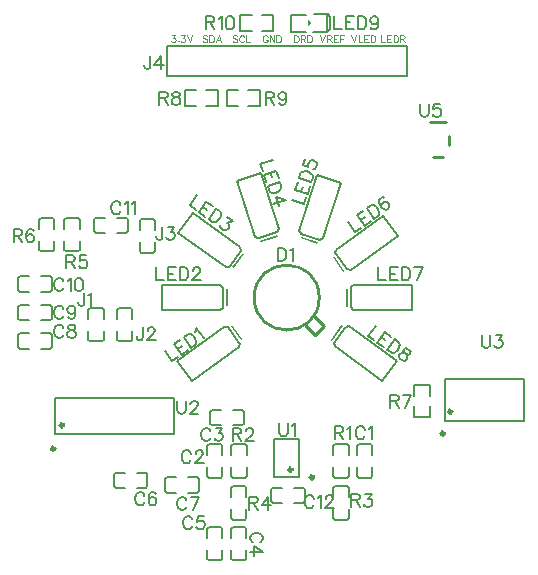
<source format=gto>
G04 Layer: TopSilkscreenLayer*
G04 EasyEDA v6.5.23, 2024-02-16 22:38:03*
G04 01767c8133624752a37afa6e83b9fffe,1f8200004d6a4d288ef555d4fcc488ac,10*
G04 Gerber Generator version 0.2*
G04 Scale: 100 percent, Rotated: No, Reflected: No *
G04 Dimensions in millimeters *
G04 leading zeros omitted , absolute positions ,4 integer and 5 decimal *
%FSLAX45Y45*%
%MOMM*%

%ADD10C,0.1000*%
%ADD11C,0.1524*%
%ADD12C,0.2540*%
%ADD13C,0.1520*%
%ADD14C,0.2030*%
%ADD15C,0.2032*%
%ADD16C,0.1500*%
%ADD17C,0.3000*%
%ADD18C,0.0197*%

%LPD*%
D10*
X-972565Y2219452D02*
G01*
X-942339Y2219452D01*
X-958850Y2197607D01*
X-950721Y2197607D01*
X-945134Y2195068D01*
X-942339Y2192273D01*
X-939800Y2184145D01*
X-939800Y2178557D01*
X-942339Y2170429D01*
X-947928Y2165095D01*
X-956055Y2162302D01*
X-964184Y2162302D01*
X-972565Y2165095D01*
X-975105Y2167636D01*
X-977900Y2173223D01*
X-918971Y2176018D02*
G01*
X-921765Y2173223D01*
X-918971Y2170429D01*
X-916178Y2173223D01*
X-918971Y2176018D01*
X-892810Y2219452D02*
G01*
X-862837Y2219452D01*
X-879094Y2197607D01*
X-870965Y2197607D01*
X-865631Y2195068D01*
X-862837Y2192273D01*
X-860044Y2184145D01*
X-860044Y2178557D01*
X-862837Y2170429D01*
X-868171Y2165095D01*
X-876554Y2162302D01*
X-884681Y2162302D01*
X-892810Y2165095D01*
X-895604Y2167636D01*
X-898144Y2173223D01*
X-842010Y2219452D02*
G01*
X-820165Y2162302D01*
X-798321Y2219452D02*
G01*
X-820165Y2162302D01*
X-673100Y2211323D02*
G01*
X-678434Y2216912D01*
X-686562Y2219452D01*
X-697484Y2219452D01*
X-705865Y2216912D01*
X-711200Y2211323D01*
X-711200Y2205989D01*
X-708405Y2200402D01*
X-705865Y2197607D01*
X-700278Y2195068D01*
X-684021Y2189479D01*
X-678434Y2186939D01*
X-675639Y2184145D01*
X-673100Y2178557D01*
X-673100Y2170429D01*
X-678434Y2165095D01*
X-686562Y2162302D01*
X-697484Y2162302D01*
X-705865Y2165095D01*
X-711200Y2170429D01*
X-655065Y2219452D02*
G01*
X-655065Y2162302D01*
X-655065Y2219452D02*
G01*
X-636015Y2219452D01*
X-627634Y2216912D01*
X-622300Y2211323D01*
X-619505Y2205989D01*
X-616712Y2197607D01*
X-616712Y2184145D01*
X-619505Y2176018D01*
X-622300Y2170429D01*
X-627634Y2165095D01*
X-636015Y2162302D01*
X-655065Y2162302D01*
X-577087Y2219452D02*
G01*
X-598931Y2162302D01*
X-577087Y2219452D02*
G01*
X-555244Y2162302D01*
X-590550Y2181352D02*
G01*
X-563371Y2181352D01*
X-419100Y2211323D02*
G01*
X-424434Y2216912D01*
X-432562Y2219452D01*
X-443484Y2219452D01*
X-451865Y2216912D01*
X-457200Y2211323D01*
X-457200Y2205989D01*
X-454405Y2200402D01*
X-451865Y2197607D01*
X-446278Y2195068D01*
X-430021Y2189479D01*
X-424434Y2186939D01*
X-421639Y2184145D01*
X-419100Y2178557D01*
X-419100Y2170429D01*
X-424434Y2165095D01*
X-432562Y2162302D01*
X-443484Y2162302D01*
X-451865Y2165095D01*
X-457200Y2170429D01*
X-360171Y2205989D02*
G01*
X-362712Y2211323D01*
X-368300Y2216912D01*
X-373634Y2219452D01*
X-384555Y2219452D01*
X-390144Y2216912D01*
X-395478Y2211323D01*
X-398271Y2205989D01*
X-401065Y2197607D01*
X-401065Y2184145D01*
X-398271Y2176018D01*
X-395478Y2170429D01*
X-390144Y2165095D01*
X-384555Y2162302D01*
X-373634Y2162302D01*
X-368300Y2165095D01*
X-362712Y2170429D01*
X-360171Y2176018D01*
X-342137Y2219452D02*
G01*
X-342137Y2162302D01*
X-342137Y2162302D02*
G01*
X-309371Y2162302D01*
X-162305Y2205989D02*
G01*
X-165100Y2211323D01*
X-170434Y2216912D01*
X-176021Y2219452D01*
X-186944Y2219452D01*
X-192278Y2216912D01*
X-197865Y2211323D01*
X-200405Y2205989D01*
X-203200Y2197607D01*
X-203200Y2184145D01*
X-200405Y2176018D01*
X-197865Y2170429D01*
X-192278Y2165095D01*
X-186944Y2162302D01*
X-176021Y2162302D01*
X-170434Y2165095D01*
X-165100Y2170429D01*
X-162305Y2176018D01*
X-162305Y2184145D01*
X-176021Y2184145D02*
G01*
X-162305Y2184145D01*
X-144271Y2219452D02*
G01*
X-144271Y2162302D01*
X-144271Y2219452D02*
G01*
X-106171Y2162302D01*
X-106171Y2219452D02*
G01*
X-106171Y2162302D01*
X-88137Y2219452D02*
G01*
X-88137Y2162302D01*
X-88137Y2219452D02*
G01*
X-69087Y2219452D01*
X-60960Y2216912D01*
X-55371Y2211323D01*
X-52578Y2205989D01*
X-50037Y2197607D01*
X-50037Y2184145D01*
X-52578Y2176018D01*
X-55371Y2170429D01*
X-60960Y2165095D01*
X-69087Y2162302D01*
X-88137Y2162302D01*
X63500Y2219452D02*
G01*
X63500Y2162302D01*
X63500Y2219452D02*
G01*
X82550Y2219452D01*
X90678Y2216912D01*
X96265Y2211323D01*
X99060Y2205989D01*
X101600Y2197607D01*
X101600Y2184145D01*
X99060Y2176018D01*
X96265Y2170429D01*
X90678Y2165095D01*
X82550Y2162302D01*
X63500Y2162302D01*
X119634Y2219452D02*
G01*
X119634Y2162302D01*
X119634Y2219452D02*
G01*
X144271Y2219452D01*
X152400Y2216912D01*
X155194Y2214118D01*
X157987Y2208529D01*
X157987Y2203195D01*
X155194Y2197607D01*
X152400Y2195068D01*
X144271Y2192273D01*
X119634Y2192273D01*
X138684Y2192273D02*
G01*
X157987Y2162302D01*
X175768Y2219452D02*
G01*
X175768Y2162302D01*
X175768Y2219452D02*
G01*
X195071Y2219452D01*
X203200Y2216912D01*
X208534Y2211323D01*
X211328Y2205989D01*
X214121Y2197607D01*
X214121Y2184145D01*
X211328Y2176018D01*
X208534Y2170429D01*
X203200Y2165095D01*
X195071Y2162302D01*
X175768Y2162302D01*
X279400Y2219452D02*
G01*
X301244Y2162302D01*
X323087Y2219452D02*
G01*
X301244Y2162302D01*
X341121Y2219452D02*
G01*
X341121Y2162302D01*
X341121Y2219452D02*
G01*
X365505Y2219452D01*
X373887Y2216912D01*
X376428Y2214118D01*
X379221Y2208529D01*
X379221Y2203195D01*
X376428Y2197607D01*
X373887Y2195068D01*
X365505Y2192273D01*
X341121Y2192273D01*
X360171Y2192273D02*
G01*
X379221Y2162302D01*
X397255Y2219452D02*
G01*
X397255Y2162302D01*
X397255Y2219452D02*
G01*
X432562Y2219452D01*
X397255Y2192273D02*
G01*
X419100Y2192273D01*
X397255Y2162302D02*
G01*
X432562Y2162302D01*
X450595Y2219452D02*
G01*
X450595Y2162302D01*
X450595Y2219452D02*
G01*
X486155Y2219452D01*
X450595Y2192273D02*
G01*
X472439Y2192273D01*
X546100Y2219452D02*
G01*
X567944Y2162302D01*
X589787Y2219452D02*
G01*
X567944Y2162302D01*
X607821Y2219452D02*
G01*
X607821Y2162302D01*
X607821Y2162302D02*
G01*
X640587Y2162302D01*
X658368Y2219452D02*
G01*
X658368Y2162302D01*
X658368Y2219452D02*
G01*
X693928Y2219452D01*
X658368Y2192273D02*
G01*
X680212Y2192273D01*
X658368Y2162302D02*
G01*
X693928Y2162302D01*
X711962Y2219452D02*
G01*
X711962Y2162302D01*
X711962Y2219452D02*
G01*
X731012Y2219452D01*
X739139Y2216912D01*
X744728Y2211323D01*
X747268Y2205989D01*
X750062Y2197607D01*
X750062Y2184145D01*
X747268Y2176018D01*
X744728Y2170429D01*
X739139Y2165095D01*
X731012Y2162302D01*
X711962Y2162302D01*
X800100Y2219452D02*
G01*
X800100Y2162302D01*
X800100Y2162302D02*
G01*
X832865Y2162302D01*
X850900Y2219452D02*
G01*
X850900Y2162302D01*
X850900Y2219452D02*
G01*
X886205Y2219452D01*
X850900Y2192273D02*
G01*
X872744Y2192273D01*
X850900Y2162302D02*
G01*
X886205Y2162302D01*
X904239Y2219452D02*
G01*
X904239Y2162302D01*
X904239Y2219452D02*
G01*
X923289Y2219452D01*
X931671Y2216912D01*
X937005Y2211323D01*
X939800Y2205989D01*
X942339Y2197607D01*
X942339Y2184145D01*
X939800Y2176018D01*
X937005Y2170429D01*
X931671Y2165095D01*
X923289Y2162302D01*
X904239Y2162302D01*
X960373Y2219452D02*
G01*
X960373Y2162302D01*
X960373Y2219452D02*
G01*
X985012Y2219452D01*
X993139Y2216912D01*
X995934Y2214118D01*
X998728Y2208529D01*
X998728Y2203195D01*
X995934Y2197607D01*
X993139Y2195068D01*
X985012Y2192273D01*
X960373Y2192273D01*
X979678Y2192273D02*
G01*
X998728Y2162302D01*
D11*
X1130300Y1639315D02*
G01*
X1130300Y1561337D01*
X1135379Y1545844D01*
X1145794Y1535429D01*
X1161542Y1530350D01*
X1171955Y1530350D01*
X1187450Y1535429D01*
X1197863Y1545844D01*
X1202944Y1561337D01*
X1202944Y1639315D01*
X1299718Y1639315D02*
G01*
X1247647Y1639315D01*
X1242568Y1592579D01*
X1247647Y1597660D01*
X1263395Y1602994D01*
X1278889Y1602994D01*
X1294384Y1597660D01*
X1304797Y1587500D01*
X1310131Y1571752D01*
X1310131Y1561337D01*
X1304797Y1545844D01*
X1294384Y1535429D01*
X1278889Y1530350D01*
X1263395Y1530350D01*
X1247647Y1535429D01*
X1242568Y1540510D01*
X1237234Y1550923D01*
X230378Y-1701292D02*
G01*
X225044Y-1690878D01*
X214629Y-1680463D01*
X204470Y-1675384D01*
X183642Y-1675384D01*
X173228Y-1680463D01*
X162813Y-1690878D01*
X157479Y-1701292D01*
X152400Y-1717039D01*
X152400Y-1742947D01*
X157479Y-1758442D01*
X162813Y-1768855D01*
X173228Y-1779270D01*
X183642Y-1784350D01*
X204470Y-1784350D01*
X214629Y-1779270D01*
X225044Y-1768855D01*
X230378Y-1758442D01*
X264668Y-1696212D02*
G01*
X275081Y-1690878D01*
X290576Y-1675384D01*
X290576Y-1784350D01*
X330200Y-1701292D02*
G01*
X330200Y-1696212D01*
X335279Y-1685797D01*
X340360Y-1680463D01*
X350773Y-1675384D01*
X371602Y-1675384D01*
X382015Y-1680463D01*
X387350Y-1685797D01*
X392429Y-1696212D01*
X392429Y-1706626D01*
X387350Y-1717039D01*
X376936Y-1732534D01*
X324865Y-1784350D01*
X397510Y-1784350D01*
X662178Y-1117092D02*
G01*
X656844Y-1106678D01*
X646429Y-1096263D01*
X636270Y-1091184D01*
X615442Y-1091184D01*
X605028Y-1096263D01*
X594613Y-1106678D01*
X589279Y-1117092D01*
X584200Y-1132839D01*
X584200Y-1158747D01*
X589279Y-1174242D01*
X594613Y-1184655D01*
X605028Y-1195070D01*
X615442Y-1200150D01*
X636270Y-1200150D01*
X646429Y-1195070D01*
X656844Y-1184655D01*
X662178Y-1174242D01*
X696468Y-1112012D02*
G01*
X706881Y-1106678D01*
X722376Y-1091184D01*
X722376Y-1200150D01*
X-811021Y-1320292D02*
G01*
X-816355Y-1309878D01*
X-826770Y-1299463D01*
X-836929Y-1294384D01*
X-857757Y-1294384D01*
X-868171Y-1299463D01*
X-878586Y-1309878D01*
X-883920Y-1320292D01*
X-889000Y-1336039D01*
X-889000Y-1361947D01*
X-883920Y-1377442D01*
X-878586Y-1387855D01*
X-868171Y-1398270D01*
X-857757Y-1403350D01*
X-836929Y-1403350D01*
X-826770Y-1398270D01*
X-816355Y-1387855D01*
X-811021Y-1377442D01*
X-771652Y-1320292D02*
G01*
X-771652Y-1315212D01*
X-766318Y-1304797D01*
X-761237Y-1299463D01*
X-750823Y-1294384D01*
X-729995Y-1294384D01*
X-719581Y-1299463D01*
X-714502Y-1304797D01*
X-709168Y-1315212D01*
X-709168Y-1325626D01*
X-714502Y-1336039D01*
X-724915Y-1351534D01*
X-776731Y-1403350D01*
X-704087Y-1403350D01*
X-645916Y-1129792D02*
G01*
X-651250Y-1119378D01*
X-661664Y-1108963D01*
X-671824Y-1103884D01*
X-692652Y-1103884D01*
X-703066Y-1108963D01*
X-713480Y-1119378D01*
X-718814Y-1129792D01*
X-723894Y-1145539D01*
X-723894Y-1171447D01*
X-718814Y-1186942D01*
X-713480Y-1197355D01*
X-703066Y-1207770D01*
X-692652Y-1212850D01*
X-671824Y-1212850D01*
X-661664Y-1207770D01*
X-651250Y-1197355D01*
X-645916Y-1186942D01*
X-601212Y-1103884D02*
G01*
X-544062Y-1103884D01*
X-575304Y-1145539D01*
X-559810Y-1145539D01*
X-549396Y-1150620D01*
X-544062Y-1155700D01*
X-538982Y-1171447D01*
X-538982Y-1181862D01*
X-544062Y-1197355D01*
X-554476Y-1207770D01*
X-570224Y-1212850D01*
X-585718Y-1212850D01*
X-601212Y-1207770D01*
X-606546Y-1202689D01*
X-611626Y-1192276D01*
X-228092Y-2071878D02*
G01*
X-217678Y-2066544D01*
X-207263Y-2056129D01*
X-202184Y-2045970D01*
X-202184Y-2025142D01*
X-207263Y-2014728D01*
X-217678Y-2004313D01*
X-228092Y-1998979D01*
X-243839Y-1993900D01*
X-269747Y-1993900D01*
X-285242Y-1998979D01*
X-295655Y-2004313D01*
X-306070Y-2014728D01*
X-311150Y-2025142D01*
X-311150Y-2045970D01*
X-306070Y-2056129D01*
X-295655Y-2066544D01*
X-285242Y-2071878D01*
X-202184Y-2157984D02*
G01*
X-274828Y-2106168D01*
X-274828Y-2184145D01*
X-202184Y-2157984D02*
G01*
X-311150Y-2157984D01*
X-799673Y-1877545D02*
G01*
X-805007Y-1867131D01*
X-815421Y-1856717D01*
X-825581Y-1851637D01*
X-846409Y-1851637D01*
X-856823Y-1856717D01*
X-867237Y-1867131D01*
X-872571Y-1877545D01*
X-877651Y-1893293D01*
X-877651Y-1919201D01*
X-872571Y-1934695D01*
X-867237Y-1945109D01*
X-856823Y-1955523D01*
X-846409Y-1960603D01*
X-825581Y-1960603D01*
X-815421Y-1955523D01*
X-805007Y-1945109D01*
X-799673Y-1934695D01*
X-703153Y-1851637D02*
G01*
X-754969Y-1851637D01*
X-760303Y-1898373D01*
X-754969Y-1893293D01*
X-739475Y-1887959D01*
X-723981Y-1887959D01*
X-708233Y-1893293D01*
X-697819Y-1903453D01*
X-692739Y-1919201D01*
X-692739Y-1929615D01*
X-697819Y-1945109D01*
X-708233Y-1955523D01*
X-723981Y-1960603D01*
X-739475Y-1960603D01*
X-754969Y-1955523D01*
X-760303Y-1950443D01*
X-765383Y-1940029D01*
X-1204716Y-1675892D02*
G01*
X-1210050Y-1665478D01*
X-1220464Y-1655063D01*
X-1230624Y-1649984D01*
X-1251452Y-1649984D01*
X-1261866Y-1655063D01*
X-1272280Y-1665478D01*
X-1277614Y-1675892D01*
X-1282694Y-1691639D01*
X-1282694Y-1717547D01*
X-1277614Y-1733042D01*
X-1272280Y-1743455D01*
X-1261866Y-1753870D01*
X-1251452Y-1758950D01*
X-1230624Y-1758950D01*
X-1220464Y-1753870D01*
X-1210050Y-1743455D01*
X-1204716Y-1733042D01*
X-1108196Y-1665478D02*
G01*
X-1113276Y-1655063D01*
X-1129024Y-1649984D01*
X-1139184Y-1649984D01*
X-1154932Y-1655063D01*
X-1165346Y-1670812D01*
X-1170426Y-1696720D01*
X-1170426Y-1722628D01*
X-1165346Y-1743455D01*
X-1154932Y-1753870D01*
X-1139184Y-1758950D01*
X-1134104Y-1758950D01*
X-1118610Y-1753870D01*
X-1108196Y-1743455D01*
X-1102862Y-1727962D01*
X-1102862Y-1722628D01*
X-1108196Y-1707134D01*
X-1118610Y-1696720D01*
X-1134104Y-1691639D01*
X-1139184Y-1691639D01*
X-1154932Y-1696720D01*
X-1165346Y-1707134D01*
X-1170426Y-1722628D01*
X-849116Y-1713992D02*
G01*
X-854450Y-1703578D01*
X-864864Y-1693163D01*
X-875024Y-1688084D01*
X-895852Y-1688084D01*
X-906266Y-1693163D01*
X-916680Y-1703578D01*
X-922014Y-1713992D01*
X-927094Y-1729739D01*
X-927094Y-1755647D01*
X-922014Y-1771142D01*
X-916680Y-1781555D01*
X-906266Y-1791970D01*
X-895852Y-1797050D01*
X-875024Y-1797050D01*
X-864864Y-1791970D01*
X-854450Y-1781555D01*
X-849116Y-1771142D01*
X-742182Y-1688084D02*
G01*
X-793998Y-1797050D01*
X-814826Y-1688084D02*
G01*
X-742182Y-1688084D01*
X-1890534Y-256893D02*
G01*
X-1895868Y-246479D01*
X-1906282Y-236065D01*
X-1916442Y-230985D01*
X-1937270Y-230985D01*
X-1947684Y-236065D01*
X-1958098Y-246479D01*
X-1963432Y-256893D01*
X-1968512Y-272641D01*
X-1968512Y-298549D01*
X-1963432Y-314043D01*
X-1958098Y-324457D01*
X-1947684Y-334871D01*
X-1937270Y-339951D01*
X-1916442Y-339951D01*
X-1906282Y-334871D01*
X-1895868Y-324457D01*
X-1890534Y-314043D01*
X-1830336Y-230985D02*
G01*
X-1845830Y-236065D01*
X-1851164Y-246479D01*
X-1851164Y-256893D01*
X-1845830Y-267307D01*
X-1835416Y-272641D01*
X-1814842Y-277721D01*
X-1799094Y-282801D01*
X-1788680Y-293215D01*
X-1783600Y-303629D01*
X-1783600Y-319377D01*
X-1788680Y-329791D01*
X-1794014Y-334871D01*
X-1809508Y-339951D01*
X-1830336Y-339951D01*
X-1845830Y-334871D01*
X-1851164Y-329791D01*
X-1856244Y-319377D01*
X-1856244Y-303629D01*
X-1851164Y-293215D01*
X-1840750Y-282801D01*
X-1825002Y-277721D01*
X-1804428Y-272641D01*
X-1794014Y-267307D01*
X-1788680Y-256893D01*
X-1788680Y-246479D01*
X-1794014Y-236065D01*
X-1809508Y-230985D01*
X-1830336Y-230985D01*
X-1890534Y-95194D02*
G01*
X-1895868Y-84780D01*
X-1906282Y-74366D01*
X-1916442Y-69286D01*
X-1937270Y-69286D01*
X-1947684Y-74366D01*
X-1958098Y-84780D01*
X-1963432Y-95194D01*
X-1968512Y-110942D01*
X-1968512Y-136850D01*
X-1963432Y-152344D01*
X-1958098Y-162758D01*
X-1947684Y-173172D01*
X-1937270Y-178252D01*
X-1916442Y-178252D01*
X-1906282Y-173172D01*
X-1895868Y-162758D01*
X-1890534Y-152344D01*
X-1788680Y-105608D02*
G01*
X-1794014Y-121102D01*
X-1804428Y-131516D01*
X-1819922Y-136850D01*
X-1825002Y-136850D01*
X-1840750Y-131516D01*
X-1851164Y-121102D01*
X-1856244Y-105608D01*
X-1856244Y-100528D01*
X-1851164Y-84780D01*
X-1840750Y-74366D01*
X-1825002Y-69286D01*
X-1819922Y-69286D01*
X-1804428Y-74366D01*
X-1794014Y-84780D01*
X-1788680Y-105608D01*
X-1788680Y-131516D01*
X-1794014Y-157678D01*
X-1804428Y-173172D01*
X-1819922Y-178252D01*
X-1830336Y-178252D01*
X-1845830Y-173172D01*
X-1851164Y-162758D01*
X-1890516Y139303D02*
G01*
X-1895850Y149717D01*
X-1906264Y160131D01*
X-1916424Y165211D01*
X-1937252Y165211D01*
X-1947666Y160131D01*
X-1958080Y149717D01*
X-1963414Y139303D01*
X-1968494Y123555D01*
X-1968494Y97647D01*
X-1963414Y82153D01*
X-1958080Y71739D01*
X-1947666Y61325D01*
X-1937252Y56245D01*
X-1916424Y56245D01*
X-1906264Y61325D01*
X-1895850Y71739D01*
X-1890516Y82153D01*
X-1856226Y144383D02*
G01*
X-1845812Y149717D01*
X-1830318Y165211D01*
X-1830318Y56245D01*
X-1764786Y165211D02*
G01*
X-1780534Y160131D01*
X-1790694Y144383D01*
X-1796028Y118475D01*
X-1796028Y102981D01*
X-1790694Y76819D01*
X-1780534Y61325D01*
X-1764786Y56245D01*
X-1754372Y56245D01*
X-1738878Y61325D01*
X-1728464Y76819D01*
X-1723384Y102981D01*
X-1723384Y118475D01*
X-1728464Y144383D01*
X-1738878Y160131D01*
X-1754372Y165211D01*
X-1764786Y165211D01*
X-1407916Y787907D02*
G01*
X-1413250Y798321D01*
X-1423664Y808736D01*
X-1433824Y813815D01*
X-1454652Y813815D01*
X-1465066Y808736D01*
X-1475480Y798321D01*
X-1480814Y787907D01*
X-1485894Y772160D01*
X-1485894Y746252D01*
X-1480814Y730757D01*
X-1475480Y720344D01*
X-1465066Y709929D01*
X-1454652Y704850D01*
X-1433824Y704850D01*
X-1423664Y709929D01*
X-1413250Y720344D01*
X-1407916Y730757D01*
X-1373626Y792987D02*
G01*
X-1363212Y798321D01*
X-1347718Y813815D01*
X-1347718Y704850D01*
X-1313428Y792987D02*
G01*
X-1303014Y798321D01*
X-1287520Y813815D01*
X-1287520Y704850D01*
X406400Y-1091184D02*
G01*
X406400Y-1200150D01*
X406400Y-1091184D02*
G01*
X453136Y-1091184D01*
X468629Y-1096263D01*
X473963Y-1101597D01*
X479044Y-1112012D01*
X479044Y-1122426D01*
X473963Y-1132839D01*
X468629Y-1137920D01*
X453136Y-1143000D01*
X406400Y-1143000D01*
X442721Y-1143000D02*
G01*
X479044Y-1200150D01*
X513334Y-1112012D02*
G01*
X523747Y-1106678D01*
X539495Y-1091184D01*
X539495Y-1200150D01*
X-457200Y-1103884D02*
G01*
X-457200Y-1212850D01*
X-457200Y-1103884D02*
G01*
X-410463Y-1103884D01*
X-394970Y-1108963D01*
X-389636Y-1114297D01*
X-384555Y-1124712D01*
X-384555Y-1135126D01*
X-389636Y-1145539D01*
X-394970Y-1150620D01*
X-410463Y-1155700D01*
X-457200Y-1155700D01*
X-420878Y-1155700D02*
G01*
X-384555Y-1212850D01*
X-344931Y-1129792D02*
G01*
X-344931Y-1124712D01*
X-339852Y-1114297D01*
X-334518Y-1108963D01*
X-324104Y-1103884D01*
X-303529Y-1103884D01*
X-293115Y-1108963D01*
X-287781Y-1114297D01*
X-282702Y-1124712D01*
X-282702Y-1135126D01*
X-287781Y-1145539D01*
X-298195Y-1161034D01*
X-350265Y-1212850D01*
X-277368Y-1212850D01*
X546100Y-1662684D02*
G01*
X546100Y-1771650D01*
X546100Y-1662684D02*
G01*
X592836Y-1662684D01*
X608329Y-1667763D01*
X613663Y-1673097D01*
X618744Y-1683512D01*
X618744Y-1693926D01*
X613663Y-1704339D01*
X608329Y-1709420D01*
X592836Y-1714500D01*
X546100Y-1714500D01*
X582421Y-1714500D02*
G01*
X618744Y-1771650D01*
X663447Y-1662684D02*
G01*
X720597Y-1662684D01*
X689610Y-1704339D01*
X705104Y-1704339D01*
X715518Y-1709420D01*
X720597Y-1714500D01*
X725931Y-1730247D01*
X725931Y-1740662D01*
X720597Y-1756155D01*
X710184Y-1766570D01*
X694689Y-1771650D01*
X679195Y-1771650D01*
X663447Y-1766570D01*
X658368Y-1761489D01*
X653034Y-1751076D01*
X-318863Y-1686537D02*
G01*
X-318863Y-1795503D01*
X-318863Y-1686537D02*
G01*
X-272127Y-1686537D01*
X-256633Y-1691617D01*
X-251299Y-1696951D01*
X-246219Y-1707365D01*
X-246219Y-1717779D01*
X-251299Y-1728193D01*
X-256633Y-1733273D01*
X-272127Y-1738353D01*
X-318863Y-1738353D01*
X-282541Y-1738353D02*
G01*
X-246219Y-1795503D01*
X-159859Y-1686537D02*
G01*
X-211929Y-1759181D01*
X-133951Y-1759181D01*
X-159859Y-1686537D02*
G01*
X-159859Y-1795503D01*
X-1866894Y356615D02*
G01*
X-1866894Y247650D01*
X-1866894Y356615D02*
G01*
X-1820158Y356615D01*
X-1804664Y351536D01*
X-1799330Y346202D01*
X-1794250Y335787D01*
X-1794250Y325373D01*
X-1799330Y314960D01*
X-1804664Y309879D01*
X-1820158Y304800D01*
X-1866894Y304800D01*
X-1830572Y304800D02*
G01*
X-1794250Y247650D01*
X-1697476Y356615D02*
G01*
X-1749546Y356615D01*
X-1754626Y309879D01*
X-1749546Y314960D01*
X-1733798Y320294D01*
X-1718304Y320294D01*
X-1702810Y314960D01*
X-1692396Y304800D01*
X-1687062Y289052D01*
X-1687062Y278637D01*
X-1692396Y263144D01*
X-1702810Y252729D01*
X-1718304Y247650D01*
X-1733798Y247650D01*
X-1749546Y252729D01*
X-1754626Y257810D01*
X-1759960Y268223D01*
X-2311648Y576821D02*
G01*
X-2311648Y467855D01*
X-2311648Y576821D02*
G01*
X-2264912Y576821D01*
X-2249418Y571741D01*
X-2244084Y566407D01*
X-2239004Y555993D01*
X-2239004Y545579D01*
X-2244084Y535165D01*
X-2249418Y530085D01*
X-2264912Y525005D01*
X-2311648Y525005D01*
X-2275326Y525005D02*
G01*
X-2239004Y467855D01*
X-2142230Y561327D02*
G01*
X-2147564Y571741D01*
X-2163058Y576821D01*
X-2173472Y576821D01*
X-2188966Y571741D01*
X-2199380Y555993D01*
X-2204714Y530085D01*
X-2204714Y504177D01*
X-2199380Y483349D01*
X-2188966Y472935D01*
X-2173472Y467855D01*
X-2168138Y467855D01*
X-2152644Y472935D01*
X-2142230Y483349D01*
X-2137150Y498843D01*
X-2137150Y504177D01*
X-2142230Y519671D01*
X-2152644Y530085D01*
X-2168138Y535165D01*
X-2173472Y535165D01*
X-2188966Y530085D01*
X-2199380Y519671D01*
X-2204714Y504177D01*
X-76200Y420115D02*
G01*
X-76200Y311150D01*
X-76200Y420115D02*
G01*
X-39878Y420115D01*
X-24129Y415036D01*
X-13970Y404621D01*
X-8636Y394207D01*
X-3555Y378460D01*
X-3555Y352552D01*
X-8636Y337057D01*
X-13970Y326644D01*
X-24129Y316229D01*
X-39878Y311150D01*
X-76200Y311150D01*
X30734Y399287D02*
G01*
X41147Y404621D01*
X56895Y420115D01*
X56895Y311150D01*
X-1154429Y2045715D02*
G01*
X-1154429Y1962657D01*
X-1159763Y1946910D01*
X-1164844Y1941829D01*
X-1175257Y1936750D01*
X-1185671Y1936750D01*
X-1196086Y1941829D01*
X-1201420Y1946910D01*
X-1206500Y1962657D01*
X-1206500Y1973071D01*
X-1068323Y2045715D02*
G01*
X-1120139Y1973071D01*
X-1042415Y1973071D01*
X-1068323Y2045715D02*
G01*
X-1068323Y1936750D01*
X-1032982Y-452805D02*
G01*
X-968933Y-540961D01*
X-968933Y-540961D02*
G01*
X-918588Y-504385D01*
X-954895Y-396074D02*
G01*
X-890846Y-484228D01*
X-954895Y-396074D02*
G01*
X-900234Y-356362D01*
X-924438Y-437995D02*
G01*
X-890737Y-413509D01*
X-890846Y-484228D02*
G01*
X-836185Y-444515D01*
X-872495Y-336204D02*
G01*
X-808446Y-424360D01*
X-872495Y-336204D02*
G01*
X-842904Y-314705D01*
X-827382Y-309709D01*
X-812835Y-312013D01*
X-802604Y-317451D01*
X-789033Y-327058D01*
X-773805Y-348018D01*
X-769012Y-363687D01*
X-767001Y-375099D01*
X-769305Y-389646D01*
X-778855Y-402861D01*
X-808446Y-424360D01*
X-773534Y-290052D02*
G01*
X-768245Y-279615D01*
X-764816Y-257972D01*
X-700768Y-346128D01*
X-1104900Y255015D02*
G01*
X-1104900Y146050D01*
X-1104900Y146050D02*
G01*
X-1042670Y146050D01*
X-1008379Y255015D02*
G01*
X-1008379Y146050D01*
X-1008379Y255015D02*
G01*
X-940815Y255015D01*
X-1008379Y203200D02*
G01*
X-966723Y203200D01*
X-1008379Y146050D02*
G01*
X-940815Y146050D01*
X-906526Y255015D02*
G01*
X-906526Y146050D01*
X-906526Y255015D02*
G01*
X-869950Y255015D01*
X-854455Y249936D01*
X-844042Y239521D01*
X-838962Y229107D01*
X-833628Y213360D01*
X-833628Y187452D01*
X-838962Y171957D01*
X-844042Y161544D01*
X-854455Y151129D01*
X-869950Y146050D01*
X-906526Y146050D01*
X-794257Y229107D02*
G01*
X-794257Y234187D01*
X-788923Y244602D01*
X-783844Y249936D01*
X-773429Y255015D01*
X-752602Y255015D01*
X-742187Y249936D01*
X-737107Y244602D01*
X-731773Y234187D01*
X-731773Y223773D01*
X-737107Y213360D01*
X-747521Y197865D01*
X-799337Y146050D01*
X-726694Y146050D01*
X-757717Y867991D02*
G01*
X-821766Y779838D01*
X-821766Y779838D02*
G01*
X-771423Y743259D01*
X-679632Y811258D02*
G01*
X-743681Y723104D01*
X-679632Y811258D02*
G01*
X-624972Y771545D01*
X-710090Y769338D02*
G01*
X-676386Y744854D01*
X-743681Y723104D02*
G01*
X-689020Y683392D01*
X-597232Y751390D02*
G01*
X-661281Y663237D01*
X-597232Y751390D02*
G01*
X-567641Y729891D01*
X-558091Y716676D01*
X-555787Y702127D01*
X-557799Y690717D01*
X-562742Y674842D01*
X-577969Y653882D01*
X-591390Y644481D01*
X-601621Y639041D01*
X-616168Y636739D01*
X-631690Y641738D01*
X-661281Y663237D01*
X-502089Y682266D02*
G01*
X-455853Y648675D01*
X-505612Y633336D01*
X-493077Y624230D01*
X-487639Y613999D01*
X-486310Y606752D01*
X-491456Y591027D01*
X-497578Y582602D01*
X-510794Y573051D01*
X-525343Y570750D01*
X-541068Y575896D01*
X-553603Y585005D01*
X-563153Y598220D01*
X-564479Y605467D01*
X-562467Y616874D01*
X-118930Y1165936D02*
G01*
X-222562Y1132263D01*
X-222562Y1132263D02*
G01*
X-203332Y1073081D01*
X-89103Y1074140D02*
G01*
X-192735Y1040467D01*
X-89103Y1074140D02*
G01*
X-68224Y1009883D01*
X-138384Y1058128D02*
G01*
X-125511Y1018509D01*
X-192735Y1040467D02*
G01*
X-171856Y976210D01*
X-57630Y977272D02*
G01*
X-161259Y943599D01*
X-57630Y977272D02*
G01*
X-46327Y942484D01*
X-46370Y926180D01*
X-53058Y913056D01*
X-61389Y905007D01*
X-74719Y895070D01*
X-99359Y887061D01*
X-115742Y887346D01*
X-127218Y888959D01*
X-140340Y895647D01*
X-149959Y908812D01*
X-161259Y943599D01*
X-8493Y826048D02*
G01*
X-93593Y852881D01*
X-69496Y778718D01*
X-8493Y826048D02*
G01*
X-112125Y792375D01*
X42727Y823033D02*
G01*
X146359Y789360D01*
X146359Y789360D02*
G01*
X165590Y848542D01*
X72555Y914829D02*
G01*
X176187Y881156D01*
X72555Y914829D02*
G01*
X93433Y979086D01*
X121836Y898817D02*
G01*
X134708Y938436D01*
X176187Y881156D02*
G01*
X197065Y945413D01*
X104030Y1011697D02*
G01*
X207662Y978024D01*
X104030Y1011697D02*
G01*
X115333Y1046482D01*
X124952Y1059649D01*
X138074Y1066337D01*
X149547Y1067950D01*
X166174Y1068156D01*
X190812Y1060150D01*
X203901Y1050289D01*
X212237Y1042240D01*
X218920Y1029116D01*
X218963Y1012812D01*
X207662Y978024D01*
X156382Y1172824D02*
G01*
X140370Y1123543D01*
X183172Y1104031D01*
X179989Y1110670D01*
X179702Y1127056D01*
X184490Y1141790D01*
X194431Y1155120D01*
X207312Y1161884D01*
X223857Y1161849D01*
X233763Y1158631D01*
X246928Y1149012D01*
X253613Y1135890D01*
X253578Y1119342D01*
X248790Y1104607D01*
X239171Y1091440D01*
X232691Y1087940D01*
X221218Y1086327D01*
X516420Y639389D02*
G01*
X580466Y551235D01*
X580466Y551235D02*
G01*
X630811Y587814D01*
X594504Y696122D02*
G01*
X658553Y607969D01*
X594504Y696122D02*
G01*
X649165Y735835D01*
X624961Y654202D02*
G01*
X658662Y678687D01*
X658553Y607969D02*
G01*
X713214Y647682D01*
X676904Y755990D02*
G01*
X740953Y667837D01*
X676904Y755990D02*
G01*
X706495Y777491D01*
X722017Y782487D01*
X736564Y780183D01*
X746795Y774745D01*
X760366Y765139D01*
X775594Y744179D01*
X780387Y728510D01*
X782398Y717097D01*
X780094Y702553D01*
X770544Y689335D01*
X740953Y667837D01*
X823074Y843036D02*
G01*
X812843Y848476D01*
X797118Y843330D01*
X788692Y837209D01*
X779142Y823991D01*
X779975Y805131D01*
X791095Y781184D01*
X806322Y760227D01*
X822675Y746361D01*
X837219Y744057D01*
X852741Y749056D01*
X857056Y752190D01*
X866607Y765408D01*
X868908Y779952D01*
X864118Y795621D01*
X860983Y799939D01*
X847559Y809337D01*
X833015Y811641D01*
X817493Y806643D01*
X813178Y803508D01*
X803628Y790290D01*
X801326Y775746D01*
X806322Y760227D01*
X774700Y255015D02*
G01*
X774700Y146050D01*
X774700Y146050D02*
G01*
X836929Y146050D01*
X871220Y255015D02*
G01*
X871220Y146050D01*
X871220Y255015D02*
G01*
X938784Y255015D01*
X871220Y203200D02*
G01*
X912876Y203200D01*
X871220Y146050D02*
G01*
X938784Y146050D01*
X973073Y255015D02*
G01*
X973073Y146050D01*
X973073Y255015D02*
G01*
X1009650Y255015D01*
X1025144Y249936D01*
X1035557Y239521D01*
X1040637Y229107D01*
X1045971Y213360D01*
X1045971Y187452D01*
X1040637Y171957D01*
X1035557Y161544D01*
X1025144Y151129D01*
X1009650Y146050D01*
X973073Y146050D01*
X1152905Y255015D02*
G01*
X1101089Y146050D01*
X1080262Y255015D02*
G01*
X1152905Y255015D01*
X753579Y-236908D02*
G01*
X689531Y-325064D01*
X689531Y-325064D02*
G01*
X739876Y-361640D01*
X831667Y-293641D02*
G01*
X767618Y-381795D01*
X831667Y-293641D02*
G01*
X886327Y-333354D01*
X801209Y-335561D02*
G01*
X834910Y-360045D01*
X767618Y-381795D02*
G01*
X822279Y-421510D01*
X914069Y-353509D02*
G01*
X850021Y-441665D01*
X914069Y-353509D02*
G01*
X943658Y-375008D01*
X953208Y-388223D01*
X955512Y-402770D01*
X953500Y-414182D01*
X948560Y-430057D01*
X933330Y-451017D01*
X919909Y-460418D01*
X909678Y-465856D01*
X895131Y-468160D01*
X879609Y-463163D01*
X850021Y-441665D01*
X1021745Y-431741D02*
G01*
X1006226Y-426742D01*
X995789Y-432033D01*
X989667Y-440458D01*
X987861Y-452018D01*
X993150Y-462455D01*
X1006810Y-478657D01*
X1016563Y-492023D01*
X1018867Y-506569D01*
X1016855Y-517982D01*
X1007600Y-530722D01*
X997369Y-536160D01*
X990069Y-537136D01*
X974547Y-532137D01*
X957696Y-519897D01*
X948148Y-506679D01*
X946818Y-499435D01*
X948829Y-488022D01*
X958085Y-475282D01*
X968316Y-469844D01*
X982863Y-467540D01*
X998385Y-472536D01*
X1018219Y-480669D01*
X1029782Y-482475D01*
X1040218Y-477184D01*
X1046340Y-468759D01*
X1048143Y-457200D01*
X1038595Y-443984D01*
X1021745Y-431741D01*
X401584Y2381250D02*
G01*
X401584Y2272284D01*
X401584Y2272284D02*
G01*
X463814Y2272284D01*
X498104Y2381250D02*
G01*
X498104Y2272284D01*
X498104Y2381250D02*
G01*
X565668Y2381250D01*
X498104Y2329434D02*
G01*
X539760Y2329434D01*
X498104Y2272284D02*
G01*
X565668Y2272284D01*
X599958Y2381250D02*
G01*
X599958Y2272284D01*
X599958Y2381250D02*
G01*
X636534Y2381250D01*
X652028Y2376170D01*
X662442Y2365755D01*
X667522Y2355342D01*
X672856Y2339594D01*
X672856Y2313686D01*
X667522Y2298192D01*
X662442Y2287778D01*
X652028Y2277363D01*
X636534Y2272284D01*
X599958Y2272284D01*
X774710Y2344928D02*
G01*
X769376Y2329434D01*
X758962Y2319020D01*
X743468Y2313686D01*
X738134Y2313686D01*
X722640Y2319020D01*
X712226Y2329434D01*
X707146Y2344928D01*
X707146Y2350007D01*
X712226Y2365755D01*
X722640Y2376170D01*
X738134Y2381250D01*
X743468Y2381250D01*
X758962Y2376170D01*
X769376Y2365755D01*
X774710Y2344928D01*
X774710Y2319020D01*
X769376Y2292857D01*
X758962Y2277363D01*
X743468Y2272284D01*
X733054Y2272284D01*
X717560Y2277363D01*
X712226Y2287778D01*
X876302Y-824484D02*
G01*
X876302Y-933450D01*
X876302Y-824484D02*
G01*
X923038Y-824484D01*
X938532Y-829563D01*
X943866Y-834897D01*
X948946Y-845312D01*
X948946Y-855726D01*
X943866Y-866139D01*
X938532Y-871220D01*
X923038Y-876300D01*
X876302Y-876300D01*
X912624Y-876300D02*
G01*
X948946Y-933450D01*
X1056134Y-824484D02*
G01*
X1004064Y-933450D01*
X983236Y-824484D02*
G01*
X1056134Y-824484D01*
X-1079500Y1740915D02*
G01*
X-1079500Y1631950D01*
X-1079500Y1740915D02*
G01*
X-1032763Y1740915D01*
X-1017270Y1735836D01*
X-1011936Y1730502D01*
X-1006855Y1720087D01*
X-1006855Y1709673D01*
X-1011936Y1699260D01*
X-1017270Y1694179D01*
X-1032763Y1689100D01*
X-1079500Y1689100D01*
X-1043178Y1689100D02*
G01*
X-1006855Y1631950D01*
X-946404Y1740915D02*
G01*
X-962152Y1735836D01*
X-967231Y1725421D01*
X-967231Y1715007D01*
X-962152Y1704594D01*
X-951737Y1699260D01*
X-930910Y1694179D01*
X-915415Y1689100D01*
X-905002Y1678686D01*
X-899668Y1668271D01*
X-899668Y1652523D01*
X-905002Y1642110D01*
X-910081Y1637029D01*
X-925829Y1631950D01*
X-946404Y1631950D01*
X-962152Y1637029D01*
X-967231Y1642110D01*
X-972565Y1652523D01*
X-972565Y1668271D01*
X-967231Y1678686D01*
X-956818Y1689100D01*
X-941323Y1694179D01*
X-920495Y1699260D01*
X-910081Y1704594D01*
X-905002Y1715007D01*
X-905002Y1725421D01*
X-910081Y1735836D01*
X-925829Y1740915D01*
X-946404Y1740915D01*
X-177800Y1740915D02*
G01*
X-177800Y1631950D01*
X-177800Y1740915D02*
G01*
X-131063Y1740915D01*
X-115570Y1735836D01*
X-110236Y1730502D01*
X-105155Y1720087D01*
X-105155Y1709673D01*
X-110236Y1699260D01*
X-115570Y1694179D01*
X-131063Y1689100D01*
X-177800Y1689100D01*
X-141478Y1689100D02*
G01*
X-105155Y1631950D01*
X-3302Y1704594D02*
G01*
X-8381Y1689100D01*
X-18795Y1678686D01*
X-34289Y1673352D01*
X-39623Y1673352D01*
X-55118Y1678686D01*
X-65531Y1689100D01*
X-70865Y1704594D01*
X-70865Y1709673D01*
X-65531Y1725421D01*
X-55118Y1735836D01*
X-39623Y1740915D01*
X-34289Y1740915D01*
X-18795Y1735836D01*
X-8381Y1725421D01*
X-3302Y1704594D01*
X-3302Y1678686D01*
X-8381Y1652523D01*
X-18795Y1637029D01*
X-34289Y1631950D01*
X-44704Y1631950D01*
X-60452Y1637029D01*
X-65531Y1647444D01*
X-684529Y2381250D02*
G01*
X-684529Y2272284D01*
X-684529Y2381250D02*
G01*
X-637794Y2381250D01*
X-622300Y2376170D01*
X-616965Y2370836D01*
X-611886Y2360421D01*
X-611886Y2350007D01*
X-616965Y2339594D01*
X-622300Y2334513D01*
X-637794Y2329434D01*
X-684529Y2329434D01*
X-648207Y2329434D02*
G01*
X-611886Y2272284D01*
X-577595Y2360421D02*
G01*
X-567181Y2365755D01*
X-551434Y2381250D01*
X-551434Y2272284D01*
X-486155Y2381250D02*
G01*
X-501650Y2376170D01*
X-512063Y2360421D01*
X-517144Y2334513D01*
X-517144Y2319020D01*
X-512063Y2292857D01*
X-501650Y2277363D01*
X-486155Y2272284D01*
X-475742Y2272284D01*
X-459994Y2277363D01*
X-449579Y2292857D01*
X-444500Y2319020D01*
X-444500Y2334513D01*
X-449579Y2360421D01*
X-459994Y2376170D01*
X-475742Y2381250D01*
X-486155Y2381250D01*
X-927100Y-875284D02*
G01*
X-927102Y-953262D01*
X-922020Y-968755D01*
X-911605Y-979170D01*
X-895857Y-984250D01*
X-885444Y-984250D01*
X-869950Y-979170D01*
X-859536Y-968755D01*
X-854455Y-953262D01*
X-854455Y-875284D01*
X-814831Y-901192D02*
G01*
X-814829Y-896112D01*
X-809752Y-885697D01*
X-804418Y-880363D01*
X-794004Y-875284D01*
X-773429Y-875284D01*
X-763013Y-880363D01*
X-757681Y-885695D01*
X-752602Y-896112D01*
X-752602Y-906526D01*
X-757681Y-916939D01*
X-768095Y-932434D01*
X-820165Y-984250D01*
X-747268Y-984250D01*
X1651000Y-316484D02*
G01*
X1651000Y-394462D01*
X1656079Y-409955D01*
X1666494Y-420370D01*
X1682242Y-425450D01*
X1692655Y-425450D01*
X1708150Y-420370D01*
X1718563Y-409955D01*
X1723644Y-394462D01*
X1723644Y-316484D01*
X1768347Y-316484D02*
G01*
X1825497Y-316484D01*
X1794510Y-358139D01*
X1810004Y-358139D01*
X1820418Y-363220D01*
X1825497Y-368300D01*
X1830831Y-384047D01*
X1830831Y-394462D01*
X1825497Y-409955D01*
X1815084Y-420370D01*
X1799589Y-425450D01*
X1784095Y-425450D01*
X1768347Y-420370D01*
X1763268Y-415289D01*
X1757934Y-404876D01*
X-63500Y-1065784D02*
G01*
X-63500Y-1143762D01*
X-58420Y-1159255D01*
X-48005Y-1169670D01*
X-32257Y-1174750D01*
X-21844Y-1174750D01*
X-6350Y-1169670D01*
X4063Y-1159255D01*
X9144Y-1143762D01*
X9144Y-1065784D01*
X43434Y-1086612D02*
G01*
X53847Y-1081278D01*
X69595Y-1065784D01*
X69595Y-1174750D01*
X-1713229Y39115D02*
G01*
X-1713229Y-43942D01*
X-1718563Y-59689D01*
X-1723644Y-64770D01*
X-1734057Y-69850D01*
X-1744471Y-69850D01*
X-1754886Y-64770D01*
X-1760220Y-59689D01*
X-1765300Y-43942D01*
X-1765300Y-33528D01*
X-1678939Y18287D02*
G01*
X-1668779Y23621D01*
X-1653031Y39115D01*
X-1653031Y-69850D01*
X-1218133Y-252984D02*
G01*
X-1218133Y-336042D01*
X-1223213Y-351789D01*
X-1228547Y-356870D01*
X-1238707Y-361950D01*
X-1249121Y-361950D01*
X-1259535Y-356870D01*
X-1264869Y-351789D01*
X-1269949Y-336042D01*
X-1269949Y-325628D01*
X-1178509Y-278892D02*
G01*
X-1178509Y-273812D01*
X-1173429Y-263397D01*
X-1168095Y-258063D01*
X-1157681Y-252984D01*
X-1137107Y-252984D01*
X-1126693Y-258063D01*
X-1121359Y-263397D01*
X-1116279Y-273812D01*
X-1116279Y-284226D01*
X-1121359Y-294639D01*
X-1131773Y-310134D01*
X-1183843Y-361950D01*
X-1110945Y-361950D01*
X-1052829Y597915D02*
G01*
X-1052829Y514857D01*
X-1058163Y499110D01*
X-1063244Y494029D01*
X-1073657Y488950D01*
X-1084071Y488950D01*
X-1094486Y494029D01*
X-1099820Y499110D01*
X-1104900Y514857D01*
X-1104900Y525271D01*
X-1008379Y597915D02*
G01*
X-951229Y597915D01*
X-982218Y556260D01*
X-966723Y556260D01*
X-956310Y551179D01*
X-951229Y546100D01*
X-945895Y530352D01*
X-945895Y519937D01*
X-951229Y504444D01*
X-961389Y494029D01*
X-977137Y488950D01*
X-992631Y488950D01*
X-1008379Y494029D01*
X-1013460Y499110D01*
X-1018539Y509523D01*
G36*
X-463550Y-232816D02*
G01*
X-475894Y-241757D01*
X-387553Y-363321D01*
X-375259Y-354330D01*
G37*
G36*
X-516635Y76098D02*
G01*
X-516635Y-74117D01*
X-501396Y-74117D01*
X-501396Y76098D01*
G37*
G36*
X-373684Y377596D02*
G01*
X-462026Y256082D01*
X-449681Y247091D01*
X-361391Y368655D01*
G37*
G36*
X-81330Y528726D02*
G01*
X-224231Y482295D01*
X-219506Y467766D01*
X-76606Y514197D01*
G37*
G36*
X121361Y515416D02*
G01*
X116636Y500888D01*
X259537Y454456D01*
X264210Y468985D01*
G37*
G36*
X400253Y350621D02*
G01*
X387959Y341630D01*
X476250Y220116D01*
X488594Y229057D01*
G37*
G36*
X501396Y74117D02*
G01*
X501396Y-76098D01*
X516635Y-76098D01*
X516635Y74117D01*
G37*
G36*
X462381Y-234391D02*
G01*
X374091Y-355955D01*
X386384Y-364896D01*
X474726Y-243382D01*
G37*
G36*
X179476Y2360117D02*
G01*
X178511Y2288133D01*
X204470Y2324100D01*
G37*
D12*
X1352550Y1485897D02*
G01*
X1212852Y1485902D01*
X1324945Y1193802D02*
G01*
X1240467Y1193802D01*
X1371602Y1371597D02*
G01*
X1371602Y1295402D01*
D13*
X-114467Y-1741535D02*
G01*
X-38267Y-1741535D01*
X138534Y-1741535D02*
G01*
X62334Y-1741535D01*
X138534Y-1609415D02*
G01*
X62334Y-1609415D01*
D11*
X138534Y-1609415D02*
G01*
X153763Y-1624657D01*
X153763Y-1726300D01*
X138534Y-1741535D01*
D13*
X-114467Y-1609415D02*
G01*
X-38267Y-1609415D01*
D11*
X-114467Y-1741535D02*
G01*
X-129710Y-1726300D01*
X-129710Y-1624657D01*
X-114467Y-1609415D01*
D13*
X725535Y-1511467D02*
G01*
X725535Y-1435267D01*
X725535Y-1258465D02*
G01*
X725535Y-1334665D01*
X593415Y-1258465D02*
G01*
X593415Y-1334665D01*
D11*
X593415Y-1258465D02*
G01*
X608657Y-1243236D01*
X710300Y-1243236D01*
X725535Y-1258465D01*
D13*
X593415Y-1511467D02*
G01*
X593415Y-1435267D01*
D11*
X725535Y-1511467D02*
G01*
X710300Y-1526710D01*
X608657Y-1526710D01*
X593415Y-1511467D01*
D13*
X-544464Y-1511467D02*
G01*
X-544464Y-1435267D01*
X-544464Y-1258465D02*
G01*
X-544464Y-1334665D01*
X-676584Y-1258465D02*
G01*
X-676584Y-1334665D01*
D11*
X-676584Y-1258465D02*
G01*
X-661342Y-1243236D01*
X-559699Y-1243236D01*
X-544464Y-1258465D01*
D13*
X-676584Y-1511467D02*
G01*
X-676584Y-1435267D01*
D11*
X-544464Y-1511467D02*
G01*
X-559699Y-1526710D01*
X-661342Y-1526710D01*
X-676584Y-1511467D01*
D13*
X-380832Y-950864D02*
G01*
X-457032Y-950864D01*
X-633834Y-950864D02*
G01*
X-557634Y-950864D01*
X-633834Y-1082984D02*
G01*
X-557634Y-1082984D01*
D11*
X-633834Y-1082984D02*
G01*
X-649063Y-1067742D01*
X-649063Y-966099D01*
X-633834Y-950864D01*
D13*
X-380832Y-1082984D02*
G01*
X-457032Y-1082984D01*
D11*
X-380832Y-950864D02*
G01*
X-365589Y-966099D01*
X-365589Y-1067742D01*
X-380832Y-1082984D01*
D13*
X-341264Y-2209967D02*
G01*
X-341264Y-2133767D01*
X-341264Y-1956965D02*
G01*
X-341264Y-2033165D01*
X-473384Y-1956965D02*
G01*
X-473384Y-2033165D01*
D11*
X-473384Y-1956965D02*
G01*
X-458142Y-1941736D01*
X-356499Y-1941736D01*
X-341264Y-1956965D01*
D13*
X-473384Y-2209967D02*
G01*
X-473384Y-2133767D01*
D11*
X-341264Y-2209967D02*
G01*
X-356499Y-2225210D01*
X-458142Y-2225210D01*
X-473384Y-2209967D01*
D13*
X-544464Y-2209967D02*
G01*
X-544464Y-2133767D01*
X-544464Y-1956965D02*
G01*
X-544464Y-2033165D01*
X-676584Y-1956965D02*
G01*
X-676584Y-2033165D01*
D11*
X-676584Y-1956965D02*
G01*
X-661342Y-1941736D01*
X-559699Y-1941736D01*
X-544464Y-1956965D01*
D13*
X-676584Y-2209967D02*
G01*
X-676584Y-2133767D01*
D11*
X-544464Y-2209967D02*
G01*
X-559699Y-2225210D01*
X-661342Y-2225210D01*
X-676584Y-2209967D01*
D13*
X-1447967Y-1614535D02*
G01*
X-1371767Y-1614535D01*
X-1194965Y-1614535D02*
G01*
X-1271165Y-1614535D01*
X-1194965Y-1482415D02*
G01*
X-1271165Y-1482415D01*
D11*
X-1194965Y-1482415D02*
G01*
X-1179736Y-1497657D01*
X-1179736Y-1599300D01*
X-1194965Y-1614535D01*
D13*
X-1447967Y-1482415D02*
G01*
X-1371767Y-1482415D01*
D11*
X-1447967Y-1614535D02*
G01*
X-1463210Y-1599300D01*
X-1463210Y-1497657D01*
X-1447967Y-1482415D01*
D13*
X-761832Y-1522364D02*
G01*
X-838032Y-1522364D01*
X-1014834Y-1522364D02*
G01*
X-938634Y-1522364D01*
X-1014834Y-1654484D02*
G01*
X-938634Y-1654484D01*
D11*
X-1014834Y-1654484D02*
G01*
X-1030063Y-1639242D01*
X-1030063Y-1537599D01*
X-1014834Y-1522364D01*
D13*
X-761832Y-1654484D02*
G01*
X-838032Y-1654484D01*
D11*
X-761832Y-1522364D02*
G01*
X-746589Y-1537599D01*
X-746589Y-1639242D01*
X-761832Y-1654484D01*
D13*
X-2006432Y-303164D02*
G01*
X-2082632Y-303164D01*
X-2259434Y-303164D02*
G01*
X-2183234Y-303164D01*
X-2259434Y-435284D02*
G01*
X-2183234Y-435284D01*
D11*
X-2259434Y-435284D02*
G01*
X-2274663Y-420042D01*
X-2274663Y-318399D01*
X-2259434Y-303164D01*
D13*
X-2006432Y-435284D02*
G01*
X-2082632Y-435284D01*
D11*
X-2006432Y-303164D02*
G01*
X-1991189Y-318399D01*
X-1991189Y-420042D01*
X-2006432Y-435284D01*
D13*
X-2006432Y-61864D02*
G01*
X-2082632Y-61864D01*
X-2259434Y-61864D02*
G01*
X-2183234Y-61864D01*
X-2259434Y-193984D02*
G01*
X-2183234Y-193984D01*
D11*
X-2259434Y-193984D02*
G01*
X-2274663Y-178742D01*
X-2274663Y-77099D01*
X-2259434Y-61864D01*
D13*
X-2006432Y-193984D02*
G01*
X-2082632Y-193984D01*
D11*
X-2006432Y-61864D02*
G01*
X-1991189Y-77099D01*
X-1991189Y-178742D01*
X-2006432Y-193984D01*
D13*
X-2006432Y179435D02*
G01*
X-2082632Y179435D01*
X-2259434Y179435D02*
G01*
X-2183234Y179435D01*
X-2259434Y47315D02*
G01*
X-2183234Y47315D01*
D11*
X-2259434Y47315D02*
G01*
X-2274663Y62557D01*
X-2274663Y164200D01*
X-2259434Y179435D01*
D13*
X-2006432Y47315D02*
G01*
X-2082632Y47315D01*
D11*
X-2006432Y179435D02*
G01*
X-1991189Y164200D01*
X-1991189Y62557D01*
X-2006432Y47315D01*
D13*
X-1613067Y544464D02*
G01*
X-1536867Y544464D01*
X-1360065Y544464D02*
G01*
X-1436265Y544464D01*
X-1360065Y676584D02*
G01*
X-1436265Y676584D01*
D11*
X-1360065Y676584D02*
G01*
X-1344836Y661342D01*
X-1344836Y559699D01*
X-1360065Y544464D01*
D13*
X-1613067Y676584D02*
G01*
X-1536867Y676584D01*
D11*
X-1613067Y544464D02*
G01*
X-1628310Y559699D01*
X-1628310Y661342D01*
X-1613067Y676584D01*
D13*
X392064Y-1257132D02*
G01*
X392064Y-1333332D01*
X392064Y-1510134D02*
G01*
X392064Y-1433934D01*
X524184Y-1510134D02*
G01*
X524184Y-1433934D01*
D11*
X524184Y-1510134D02*
G01*
X508942Y-1525363D01*
X407299Y-1525363D01*
X392064Y-1510134D01*
D13*
X524184Y-1257132D02*
G01*
X524184Y-1333332D01*
D11*
X392064Y-1257132D02*
G01*
X407299Y-1241889D01*
X508942Y-1241889D01*
X524184Y-1257132D01*
D13*
X-471535Y-1257132D02*
G01*
X-471535Y-1333332D01*
X-471535Y-1510134D02*
G01*
X-471535Y-1433934D01*
X-339415Y-1510134D02*
G01*
X-339415Y-1433934D01*
D11*
X-339415Y-1510134D02*
G01*
X-354657Y-1525363D01*
X-456300Y-1525363D01*
X-471535Y-1510134D01*
D13*
X-339415Y-1257132D02*
G01*
X-339415Y-1333332D01*
D11*
X-471535Y-1257132D02*
G01*
X-456300Y-1241889D01*
X-354657Y-1241889D01*
X-339415Y-1257132D01*
D13*
X392064Y-1612732D02*
G01*
X392064Y-1688932D01*
X392064Y-1865734D02*
G01*
X392064Y-1789534D01*
X524184Y-1865734D02*
G01*
X524184Y-1789534D01*
D11*
X524184Y-1865734D02*
G01*
X508942Y-1880963D01*
X407299Y-1880963D01*
X392064Y-1865734D01*
D13*
X524184Y-1612732D02*
G01*
X524184Y-1688932D01*
D11*
X392064Y-1612732D02*
G01*
X407299Y-1597489D01*
X508942Y-1597489D01*
X524184Y-1612732D01*
D13*
X-472899Y-1611185D02*
G01*
X-472899Y-1687385D01*
X-472899Y-1864187D02*
G01*
X-472899Y-1787987D01*
X-340779Y-1864187D02*
G01*
X-340779Y-1787987D01*
D11*
X-340779Y-1864187D02*
G01*
X-356021Y-1879417D01*
X-457664Y-1879417D01*
X-472899Y-1864187D01*
D13*
X-340779Y-1611185D02*
G01*
X-340779Y-1687385D01*
D11*
X-472899Y-1611185D02*
G01*
X-457664Y-1595942D01*
X-356021Y-1595942D01*
X-340779Y-1611185D01*
D13*
X-1750964Y406232D02*
G01*
X-1750964Y482432D01*
X-1750964Y659234D02*
G01*
X-1750964Y583034D01*
X-1883084Y659234D02*
G01*
X-1883084Y583034D01*
D11*
X-1883084Y659234D02*
G01*
X-1867842Y674463D01*
X-1766199Y674463D01*
X-1750964Y659234D01*
D13*
X-1883084Y406232D02*
G01*
X-1883084Y482432D01*
D11*
X-1750964Y406232D02*
G01*
X-1766199Y390989D01*
X-1867842Y390989D01*
X-1883084Y406232D01*
D13*
X-1966864Y406232D02*
G01*
X-1966864Y482432D01*
X-1966864Y659234D02*
G01*
X-1966864Y583034D01*
X-2098984Y659234D02*
G01*
X-2098984Y583034D01*
D11*
X-2098984Y659234D02*
G01*
X-2083742Y674463D01*
X-1982099Y674463D01*
X-1966864Y659234D01*
D13*
X-2098984Y406232D02*
G01*
X-2098984Y482432D01*
D11*
X-1966864Y406232D02*
G01*
X-1982099Y390989D01*
X-2083742Y390989D01*
X-2098984Y406232D01*
D12*
X239687Y-315889D02*
G01*
X242912Y-315889D01*
X317500Y-241302D01*
X228600Y-152402D01*
X153423Y-229623D02*
G01*
X239687Y-315889D01*
D14*
X1016000Y2133600D02*
G01*
X-825500Y2133600D01*
D15*
X1016000Y2133600D02*
G01*
X1016000Y1879600D01*
X-1016000Y1879600D01*
X-1016000Y2133600D01*
X-825500Y2133600D01*
D16*
X-404431Y-381576D02*
G01*
X-399727Y-388048D01*
X-404152Y-415985D01*
X-805423Y-707524D01*
X-929446Y-536821D01*
X-528982Y-245869D01*
X-404431Y-381576D02*
G01*
X-499653Y-250515D01*
X-528982Y-245869D01*
X-540999Y-78999D02*
G01*
X-540999Y-87000D01*
X-560999Y-107000D01*
X-1056998Y-107000D01*
X-1056998Y104000D01*
X-561997Y104000D01*
X-540999Y-78999D02*
G01*
X-540999Y83002D01*
X-561997Y104000D01*
X-484598Y266453D02*
G01*
X-489303Y259979D01*
X-517237Y255554D01*
X-918509Y547095D01*
X-794486Y717798D01*
X-394022Y426844D01*
X-484598Y266453D02*
G01*
X-389376Y397515D01*
X-394022Y426844D01*
X-236397Y503963D02*
G01*
X-244007Y501492D01*
X-269206Y514332D01*
X-422480Y986055D01*
X-221808Y1051260D01*
X-68844Y580486D01*
X-236397Y503963D02*
G01*
X-82326Y554027D01*
X-68844Y580486D01*
X124233Y540090D02*
G01*
X116624Y542561D01*
X103781Y567763D01*
X257053Y1039484D01*
X457728Y974283D01*
X304764Y503509D01*
X124233Y540090D02*
G01*
X278305Y490026D01*
X304764Y503509D01*
X417131Y368876D02*
G01*
X412427Y375348D01*
X416852Y403283D01*
X818123Y694827D01*
X942146Y524121D01*
X541682Y233169D01*
X417131Y368876D02*
G01*
X512353Y237815D01*
X541682Y233169D01*
X540999Y78999D02*
G01*
X540999Y87000D01*
X560999Y107000D01*
X1056998Y107000D01*
X1056998Y-104000D01*
X561997Y-104000D01*
X540999Y78999D02*
G01*
X540999Y-83002D01*
X561997Y-104000D01*
X497298Y-253753D02*
G01*
X502003Y-247279D01*
X529937Y-242854D01*
X931209Y-534395D01*
X807186Y-705098D01*
X406722Y-414144D01*
X497298Y-253753D02*
G01*
X402079Y-384815D01*
X406722Y-414144D01*
X227500Y2397099D02*
G01*
X342498Y2397099D01*
X342498Y2252101D01*
X222498Y2252101D01*
X160500Y2251100D02*
G01*
X36499Y2251100D01*
X36499Y2396098D01*
X160500Y2396098D01*
X342498Y2397099D02*
G01*
X345500Y2397099D01*
X365500Y2377099D01*
X365500Y2275100D01*
X362498Y2272101D01*
X342498Y2252101D01*
D11*
X1209060Y-833678D02*
G01*
X1209060Y-737791D01*
X1076939Y-737791D01*
X1076939Y-833678D01*
X1209060Y-918921D02*
G01*
X1209060Y-1014808D01*
X1076939Y-1014808D01*
X1076939Y-918921D01*
X-681278Y1623039D02*
G01*
X-585391Y1623039D01*
X-585391Y1755160D01*
X-681278Y1755160D01*
X-766521Y1623039D02*
G01*
X-862408Y1623039D01*
X-862408Y1755160D01*
X-766521Y1755160D01*
X-325678Y1623039D02*
G01*
X-229791Y1623039D01*
X-229791Y1755160D01*
X-325678Y1755160D01*
X-410921Y1623039D02*
G01*
X-506808Y1623039D01*
X-506808Y1755160D01*
X-410921Y1755160D01*
X-296621Y2390160D02*
G01*
X-392508Y2390160D01*
X-392508Y2258039D01*
X-296621Y2258039D01*
X-211378Y2390160D02*
G01*
X-115491Y2390160D01*
X-115491Y2258039D01*
X-211378Y2258039D01*
X-1963099Y-1155440D02*
G01*
X-1963120Y-851159D01*
X-957879Y-851159D01*
X-957879Y-1155440D01*
X-1963120Y-1155440D01*
X1343779Y-1040739D02*
G01*
X1343779Y-686460D01*
X2009020Y-686460D01*
X2009020Y-1040739D01*
X1343779Y-1040739D01*
X107139Y-1516519D02*
G01*
X-107139Y-1516519D01*
X-107139Y-1201280D01*
X107139Y-1201280D01*
X107139Y-1516519D01*
D13*
X-1547764Y-355767D02*
G01*
X-1547764Y-279567D01*
X-1547764Y-102765D02*
G01*
X-1547764Y-178965D01*
X-1679884Y-102765D02*
G01*
X-1679884Y-178965D01*
D11*
X-1679884Y-102765D02*
G01*
X-1664642Y-87536D01*
X-1562999Y-87536D01*
X-1547764Y-102765D01*
D13*
X-1679884Y-355767D02*
G01*
X-1679884Y-279567D01*
D11*
X-1547764Y-355767D02*
G01*
X-1562999Y-371010D01*
X-1664642Y-371010D01*
X-1679884Y-355767D01*
D13*
X-1306464Y-355767D02*
G01*
X-1306464Y-279567D01*
X-1306464Y-102765D02*
G01*
X-1306464Y-178965D01*
X-1438584Y-102765D02*
G01*
X-1438584Y-178965D01*
D11*
X-1438584Y-102765D02*
G01*
X-1423342Y-87536D01*
X-1321699Y-87536D01*
X-1306464Y-102765D01*
D13*
X-1438584Y-355767D02*
G01*
X-1438584Y-279567D01*
D11*
X-1306464Y-355767D02*
G01*
X-1321699Y-371010D01*
X-1423342Y-371010D01*
X-1438584Y-355767D01*
D13*
X-1246235Y647867D02*
G01*
X-1246235Y571667D01*
X-1246235Y394865D02*
G01*
X-1246235Y471065D01*
X-1114115Y394865D02*
G01*
X-1114115Y471065D01*
D11*
X-1114115Y394865D02*
G01*
X-1129357Y379636D01*
X-1231000Y379636D01*
X-1246235Y394865D01*
D13*
X-1114115Y647867D02*
G01*
X-1114115Y571667D01*
D11*
X-1246235Y647867D02*
G01*
X-1231000Y663110D01*
X-1129357Y663110D01*
X-1114115Y647867D01*
D12*
G75*
G01
X275006Y0D02*
G03X275006Y0I-275006J0D01*
D17*
G75*
G01
X-1889989Y-1080211D02*
G03X-1889989Y-1080211I-15011J0D01*
G75*
G01
X-1963928Y-1280211D02*
G03X-1963928Y-1280211I-15011J0D01*
G75*
G01
X1398905Y-965505D02*
G03X1398905Y-965505I-15011J0D01*
G75*
G01
X1335481Y-1150696D02*
G03X1335481Y-1150696I-15011J0D01*
G75*
G01
X46914Y-1456411D02*
G03X46914Y-1456411I-15011J0D01*
G75*
G01
X228117Y-1519834D02*
G03X228117Y-1519834I-15011J0D01*
M02*

</source>
